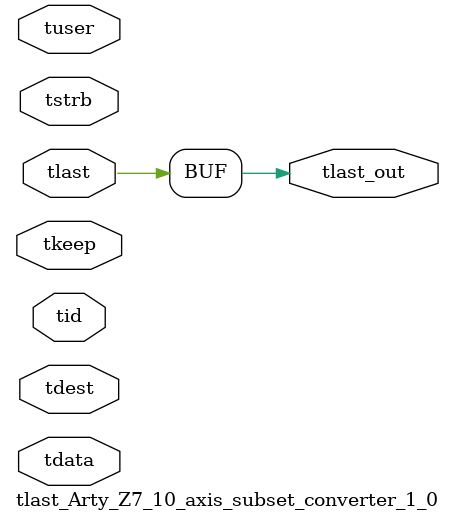
<source format=v>


`timescale 1ps/1ps

module tlast_Arty_Z7_10_axis_subset_converter_1_0 #
(
parameter C_S_AXIS_TID_WIDTH   = 1,
parameter C_S_AXIS_TUSER_WIDTH = 0,
parameter C_S_AXIS_TDATA_WIDTH = 0,
parameter C_S_AXIS_TDEST_WIDTH = 0
)
(
input  [(C_S_AXIS_TID_WIDTH   == 0 ? 1 : C_S_AXIS_TID_WIDTH)-1:0       ] tid,
input  [(C_S_AXIS_TDATA_WIDTH == 0 ? 1 : C_S_AXIS_TDATA_WIDTH)-1:0     ] tdata,
input  [(C_S_AXIS_TUSER_WIDTH == 0 ? 1 : C_S_AXIS_TUSER_WIDTH)-1:0     ] tuser,
input  [(C_S_AXIS_TDEST_WIDTH == 0 ? 1 : C_S_AXIS_TDEST_WIDTH)-1:0     ] tdest,
input  [(C_S_AXIS_TDATA_WIDTH/8)-1:0 ] tkeep,
input  [(C_S_AXIS_TDATA_WIDTH/8)-1:0 ] tstrb,
input  [0:0]                                                             tlast,
output                                                                   tlast_out
);

assign tlast_out = {tlast};

endmodule


</source>
